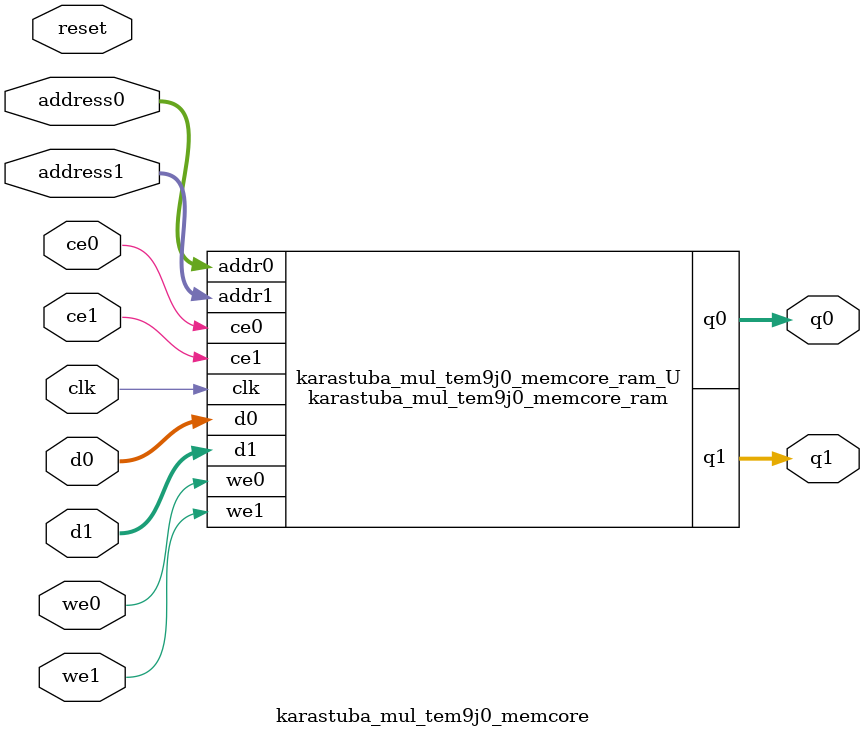
<source format=v>
`timescale 1 ns / 1 ps
module karastuba_mul_tem9j0_memcore_ram (addr0, ce0, d0, we0, q0, addr1, ce1, d1, we1, q1,  clk);

parameter DWIDTH = 32;
parameter AWIDTH = 7;
parameter MEM_SIZE = 128;

input[AWIDTH-1:0] addr0;
input ce0;
input[DWIDTH-1:0] d0;
input we0;
output reg[DWIDTH-1:0] q0;
input[AWIDTH-1:0] addr1;
input ce1;
input[DWIDTH-1:0] d1;
input we1;
output reg[DWIDTH-1:0] q1;
input clk;

(* ram_style = "block" *)reg [DWIDTH-1:0] ram[0:MEM_SIZE-1];




always @(posedge clk)  
begin 
    if (ce0) begin
        if (we0) 
            ram[addr0] <= d0; 
        q0 <= ram[addr0];
    end
end


always @(posedge clk)  
begin 
    if (ce1) begin
        if (we1) 
            ram[addr1] <= d1; 
        q1 <= ram[addr1];
    end
end


endmodule

`timescale 1 ns / 1 ps
module karastuba_mul_tem9j0_memcore(
    reset,
    clk,
    address0,
    ce0,
    we0,
    d0,
    q0,
    address1,
    ce1,
    we1,
    d1,
    q1);

parameter DataWidth = 32'd32;
parameter AddressRange = 32'd128;
parameter AddressWidth = 32'd7;
input reset;
input clk;
input[AddressWidth - 1:0] address0;
input ce0;
input we0;
input[DataWidth - 1:0] d0;
output[DataWidth - 1:0] q0;
input[AddressWidth - 1:0] address1;
input ce1;
input we1;
input[DataWidth - 1:0] d1;
output[DataWidth - 1:0] q1;



karastuba_mul_tem9j0_memcore_ram karastuba_mul_tem9j0_memcore_ram_U(
    .clk( clk ),
    .addr0( address0 ),
    .ce0( ce0 ),
    .we0( we0 ),
    .d0( d0 ),
    .q0( q0 ),
    .addr1( address1 ),
    .ce1( ce1 ),
    .we1( we1 ),
    .d1( d1 ),
    .q1( q1 ));

endmodule


</source>
